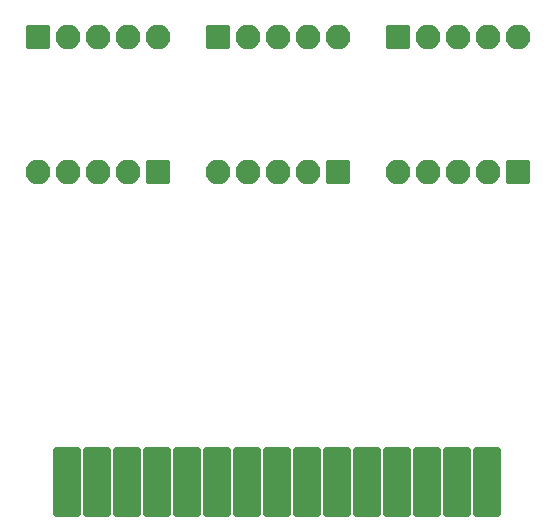
<source format=gbs>
%TF.GenerationSoftware,KiCad,Pcbnew,5.1.9+dfsg1-1+deb11u1*%
%TF.CreationDate,2025-07-24T10:09:43+02:00*%
%TF.ProjectId,CART-Breakout,43415254-2d42-4726-9561-6b6f75742e6b,rev?*%
%TF.SameCoordinates,Original*%
%TF.FileFunction,Soldermask,Bot*%
%TF.FilePolarity,Negative*%
%FSLAX46Y46*%
G04 Gerber Fmt 4.6, Leading zero omitted, Abs format (unit mm)*
G04 Created by KiCad (PCBNEW 5.1.9+dfsg1-1+deb11u1) date 2025-07-24 10:09:43*
%MOMM*%
%LPD*%
G01*
G04 APERTURE LIST*
%ADD10O,2.100000X2.100000*%
G04 APERTURE END LIST*
%TO.C,CART1*%
G36*
G01*
X167864800Y-112158000D02*
X169795200Y-112158000D01*
G75*
G02*
X169995200Y-112358000I0J-200000D01*
G01*
X169995200Y-117946000D01*
G75*
G02*
X169795200Y-118146000I-200000J0D01*
G01*
X167864800Y-118146000D01*
G75*
G02*
X167664800Y-117946000I0J200000D01*
G01*
X167664800Y-112358000D01*
G75*
G02*
X167864800Y-112158000I200000J0D01*
G01*
G37*
G36*
G01*
X165324800Y-112158000D02*
X167255200Y-112158000D01*
G75*
G02*
X167455200Y-112358000I0J-200000D01*
G01*
X167455200Y-117946000D01*
G75*
G02*
X167255200Y-118146000I-200000J0D01*
G01*
X165324800Y-118146000D01*
G75*
G02*
X165124800Y-117946000I0J200000D01*
G01*
X165124800Y-112358000D01*
G75*
G02*
X165324800Y-112158000I200000J0D01*
G01*
G37*
G36*
G01*
X162784800Y-112158000D02*
X164715200Y-112158000D01*
G75*
G02*
X164915200Y-112358000I0J-200000D01*
G01*
X164915200Y-117946000D01*
G75*
G02*
X164715200Y-118146000I-200000J0D01*
G01*
X162784800Y-118146000D01*
G75*
G02*
X162584800Y-117946000I0J200000D01*
G01*
X162584800Y-112358000D01*
G75*
G02*
X162784800Y-112158000I200000J0D01*
G01*
G37*
G36*
G01*
X160244800Y-112158000D02*
X162175200Y-112158000D01*
G75*
G02*
X162375200Y-112358000I0J-200000D01*
G01*
X162375200Y-117946000D01*
G75*
G02*
X162175200Y-118146000I-200000J0D01*
G01*
X160244800Y-118146000D01*
G75*
G02*
X160044800Y-117946000I0J200000D01*
G01*
X160044800Y-112358000D01*
G75*
G02*
X160244800Y-112158000I200000J0D01*
G01*
G37*
G36*
G01*
X157704800Y-112158000D02*
X159635200Y-112158000D01*
G75*
G02*
X159835200Y-112358000I0J-200000D01*
G01*
X159835200Y-117946000D01*
G75*
G02*
X159635200Y-118146000I-200000J0D01*
G01*
X157704800Y-118146000D01*
G75*
G02*
X157504800Y-117946000I0J200000D01*
G01*
X157504800Y-112358000D01*
G75*
G02*
X157704800Y-112158000I200000J0D01*
G01*
G37*
G36*
G01*
X155164800Y-112158000D02*
X157095200Y-112158000D01*
G75*
G02*
X157295200Y-112358000I0J-200000D01*
G01*
X157295200Y-117946000D01*
G75*
G02*
X157095200Y-118146000I-200000J0D01*
G01*
X155164800Y-118146000D01*
G75*
G02*
X154964800Y-117946000I0J200000D01*
G01*
X154964800Y-112358000D01*
G75*
G02*
X155164800Y-112158000I200000J0D01*
G01*
G37*
G36*
G01*
X152624800Y-112158000D02*
X154555200Y-112158000D01*
G75*
G02*
X154755200Y-112358000I0J-200000D01*
G01*
X154755200Y-117946000D01*
G75*
G02*
X154555200Y-118146000I-200000J0D01*
G01*
X152624800Y-118146000D01*
G75*
G02*
X152424800Y-117946000I0J200000D01*
G01*
X152424800Y-112358000D01*
G75*
G02*
X152624800Y-112158000I200000J0D01*
G01*
G37*
G36*
G01*
X150084800Y-112158000D02*
X152015200Y-112158000D01*
G75*
G02*
X152215200Y-112358000I0J-200000D01*
G01*
X152215200Y-117946000D01*
G75*
G02*
X152015200Y-118146000I-200000J0D01*
G01*
X150084800Y-118146000D01*
G75*
G02*
X149884800Y-117946000I0J200000D01*
G01*
X149884800Y-112358000D01*
G75*
G02*
X150084800Y-112158000I200000J0D01*
G01*
G37*
G36*
G01*
X147544800Y-112158000D02*
X149475200Y-112158000D01*
G75*
G02*
X149675200Y-112358000I0J-200000D01*
G01*
X149675200Y-117946000D01*
G75*
G02*
X149475200Y-118146000I-200000J0D01*
G01*
X147544800Y-118146000D01*
G75*
G02*
X147344800Y-117946000I0J200000D01*
G01*
X147344800Y-112358000D01*
G75*
G02*
X147544800Y-112158000I200000J0D01*
G01*
G37*
G36*
G01*
X145004800Y-112158000D02*
X146935200Y-112158000D01*
G75*
G02*
X147135200Y-112358000I0J-200000D01*
G01*
X147135200Y-117946000D01*
G75*
G02*
X146935200Y-118146000I-200000J0D01*
G01*
X145004800Y-118146000D01*
G75*
G02*
X144804800Y-117946000I0J200000D01*
G01*
X144804800Y-112358000D01*
G75*
G02*
X145004800Y-112158000I200000J0D01*
G01*
G37*
G36*
G01*
X142464800Y-112158000D02*
X144395200Y-112158000D01*
G75*
G02*
X144595200Y-112358000I0J-200000D01*
G01*
X144595200Y-117946000D01*
G75*
G02*
X144395200Y-118146000I-200000J0D01*
G01*
X142464800Y-118146000D01*
G75*
G02*
X142264800Y-117946000I0J200000D01*
G01*
X142264800Y-112358000D01*
G75*
G02*
X142464800Y-112158000I200000J0D01*
G01*
G37*
G36*
G01*
X139924800Y-112158000D02*
X141855200Y-112158000D01*
G75*
G02*
X142055200Y-112358000I0J-200000D01*
G01*
X142055200Y-117946000D01*
G75*
G02*
X141855200Y-118146000I-200000J0D01*
G01*
X139924800Y-118146000D01*
G75*
G02*
X139724800Y-117946000I0J200000D01*
G01*
X139724800Y-112358000D01*
G75*
G02*
X139924800Y-112158000I200000J0D01*
G01*
G37*
G36*
G01*
X137384800Y-112158000D02*
X139315200Y-112158000D01*
G75*
G02*
X139515200Y-112358000I0J-200000D01*
G01*
X139515200Y-117946000D01*
G75*
G02*
X139315200Y-118146000I-200000J0D01*
G01*
X137384800Y-118146000D01*
G75*
G02*
X137184800Y-117946000I0J200000D01*
G01*
X137184800Y-112358000D01*
G75*
G02*
X137384800Y-112158000I200000J0D01*
G01*
G37*
G36*
G01*
X134844800Y-112158000D02*
X136775200Y-112158000D01*
G75*
G02*
X136975200Y-112358000I0J-200000D01*
G01*
X136975200Y-117946000D01*
G75*
G02*
X136775200Y-118146000I-200000J0D01*
G01*
X134844800Y-118146000D01*
G75*
G02*
X134644800Y-117946000I0J200000D01*
G01*
X134644800Y-112358000D01*
G75*
G02*
X134844800Y-112158000I200000J0D01*
G01*
G37*
G36*
G01*
X132304800Y-112158000D02*
X134235200Y-112158000D01*
G75*
G02*
X134435200Y-112358000I0J-200000D01*
G01*
X134435200Y-117946000D01*
G75*
G02*
X134235200Y-118146000I-200000J0D01*
G01*
X132304800Y-118146000D01*
G75*
G02*
X132104800Y-117946000I0J200000D01*
G01*
X132104800Y-112358000D01*
G75*
G02*
X132304800Y-112158000I200000J0D01*
G01*
G37*
%TD*%
D10*
%TO.C,P1*%
X171450000Y-77480000D03*
X168910000Y-77480000D03*
X166370000Y-77480000D03*
X163830000Y-77480000D03*
G36*
G01*
X162140000Y-78530000D02*
X160440000Y-78530000D01*
G75*
G02*
X160240000Y-78330000I0J200000D01*
G01*
X160240000Y-76630000D01*
G75*
G02*
X160440000Y-76430000I200000J0D01*
G01*
X162140000Y-76430000D01*
G75*
G02*
X162340000Y-76630000I0J-200000D01*
G01*
X162340000Y-78330000D01*
G75*
G02*
X162140000Y-78530000I-200000J0D01*
G01*
G37*
%TD*%
%TO.C,P2*%
G36*
G01*
X146900000Y-78520000D02*
X145200000Y-78520000D01*
G75*
G02*
X145000000Y-78320000I0J200000D01*
G01*
X145000000Y-76620000D01*
G75*
G02*
X145200000Y-76420000I200000J0D01*
G01*
X146900000Y-76420000D01*
G75*
G02*
X147100000Y-76620000I0J-200000D01*
G01*
X147100000Y-78320000D01*
G75*
G02*
X146900000Y-78520000I-200000J0D01*
G01*
G37*
X148590000Y-77470000D03*
X151130000Y-77470000D03*
X153670000Y-77470000D03*
X156210000Y-77470000D03*
%TD*%
%TO.C,P3*%
X140970000Y-77470000D03*
X138430000Y-77470000D03*
X135890000Y-77470000D03*
X133350000Y-77470000D03*
G36*
G01*
X131660000Y-78520000D02*
X129960000Y-78520000D01*
G75*
G02*
X129760000Y-78320000I0J200000D01*
G01*
X129760000Y-76620000D01*
G75*
G02*
X129960000Y-76420000I200000J0D01*
G01*
X131660000Y-76420000D01*
G75*
G02*
X131860000Y-76620000I0J-200000D01*
G01*
X131860000Y-78320000D01*
G75*
G02*
X131660000Y-78520000I-200000J0D01*
G01*
G37*
%TD*%
%TO.C,P4*%
G36*
G01*
X140120000Y-87850000D02*
X141820000Y-87850000D01*
G75*
G02*
X142020000Y-88050000I0J-200000D01*
G01*
X142020000Y-89750000D01*
G75*
G02*
X141820000Y-89950000I-200000J0D01*
G01*
X140120000Y-89950000D01*
G75*
G02*
X139920000Y-89750000I0J200000D01*
G01*
X139920000Y-88050000D01*
G75*
G02*
X140120000Y-87850000I200000J0D01*
G01*
G37*
X138430000Y-88900000D03*
X135890000Y-88900000D03*
X133350000Y-88900000D03*
X130810000Y-88900000D03*
%TD*%
%TO.C,P5*%
X146050000Y-88910000D03*
X148590000Y-88910000D03*
X151130000Y-88910000D03*
X153670000Y-88910000D03*
G36*
G01*
X155360000Y-87860000D02*
X157060000Y-87860000D01*
G75*
G02*
X157260000Y-88060000I0J-200000D01*
G01*
X157260000Y-89760000D01*
G75*
G02*
X157060000Y-89960000I-200000J0D01*
G01*
X155360000Y-89960000D01*
G75*
G02*
X155160000Y-89760000I0J200000D01*
G01*
X155160000Y-88060000D01*
G75*
G02*
X155360000Y-87860000I200000J0D01*
G01*
G37*
%TD*%
%TO.C,P6*%
G36*
G01*
X170600000Y-87850000D02*
X172300000Y-87850000D01*
G75*
G02*
X172500000Y-88050000I0J-200000D01*
G01*
X172500000Y-89750000D01*
G75*
G02*
X172300000Y-89950000I-200000J0D01*
G01*
X170600000Y-89950000D01*
G75*
G02*
X170400000Y-89750000I0J200000D01*
G01*
X170400000Y-88050000D01*
G75*
G02*
X170600000Y-87850000I200000J0D01*
G01*
G37*
X168910000Y-88900000D03*
X166370000Y-88900000D03*
X163830000Y-88900000D03*
X161290000Y-88900000D03*
%TD*%
M02*

</source>
